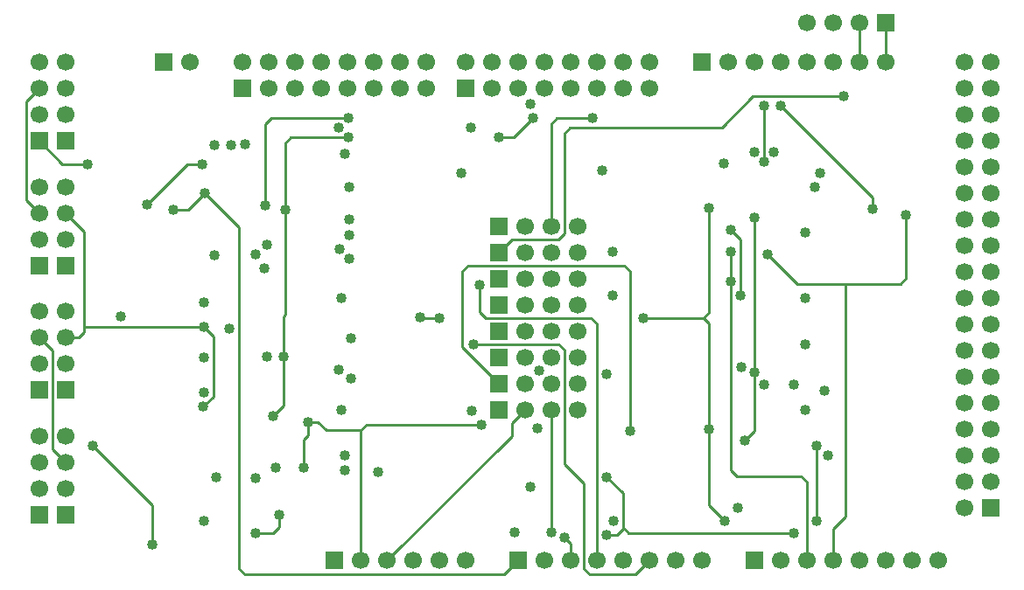
<source format=gbr>
G04 DipTrace 3.3.1.3*
G04 Bottom.gbr*
%MOMM*%
G04 #@! TF.FileFunction,Copper,L4,Bot*
G04 #@! TF.Part,Single*
G04 #@! TA.AperFunction,Conductor*
%ADD13C,0.28*%
G04 #@! TA.AperFunction,ComponentPad*
%ADD21R,1.7X1.7*%
%ADD22C,1.7*%
G04 #@! TA.AperFunction,ViaPad*
%ADD26C,1.016*%
%FSLAX35Y35*%
G04*
G71*
G90*
G75*
G01*
G04 Bottom*
%LPD*%
X4308450Y5537800D2*
D13*
X3561250D1*
X3505250Y5481800D1*
Y4690600D1*
X6270500Y4492500D2*
Y5484360D1*
X6326500Y5540360D1*
X6674300D1*
X1317500Y3413000D2*
X1444500Y3286000D1*
Y2333500D1*
X1571500Y2206500D1*
Y4619500D2*
X1754500Y4436500D1*
Y3513210D1*
Y3469000D1*
X1698500Y3413000D1*
X1571500D1*
X1754500Y3513210D2*
X2910810D1*
X5188500Y3603500D2*
X5005310D1*
X5002810Y3606000D1*
X1317500Y5826000D2*
X1190500Y5699000D1*
Y4746500D1*
X1317500Y4619500D1*
X6270500Y2714500D2*
Y1529700D1*
X7953300Y1635000D2*
X7800260Y1788040D1*
Y2526520D1*
Y3547500D1*
X7744260Y3603500D1*
X7800260Y3659500D1*
Y4669100D1*
X2910810Y3513210D2*
X3003610Y3420410D1*
Y2840803D1*
X2907090Y2744283D1*
X7160250Y3603500D2*
X7744260D1*
X6400100Y1473810D2*
X6461000Y1412910D1*
Y1254000D1*
X4683000D2*
X5889500Y2460500D1*
Y2587500D1*
X6016500Y2714500D1*
X2616800Y4653800D2*
X2760500D1*
X2918500Y4811800D1*
X3251800Y4478500D1*
Y1174200D1*
X3307800Y1118200D1*
X5817200D1*
X5953000Y1254000D1*
X2366510Y4704700D2*
X2755110Y5093300D1*
X2899300D1*
X4308450Y5351500D2*
X3754500D1*
X3698500Y5295500D1*
Y4653800D1*
X3682490Y3231700D2*
Y2752247D1*
X3584107Y2653860D1*
X3698500Y4653800D2*
Y3635160D1*
X3682490Y3619150D1*
Y3231700D1*
X8146190Y2417300D2*
X8239000Y2510110D1*
Y3077600D1*
X4429000Y1254000D2*
Y2513310D1*
X4097260D1*
X4014550Y2596020D1*
X3921750D1*
X5769300Y5354750D2*
X5909690D1*
X6095300Y5540360D1*
X5598700Y2569310D2*
X4485000D1*
X4429000Y2513310D1*
X8239000Y3077600D2*
Y4576300D1*
X8239010D1*
X3921750Y2596020D2*
Y2468500D1*
X3879200Y2425950D1*
Y2149800D1*
X5579510Y3926000D2*
Y3659500D1*
X5635510Y3603500D1*
X6659000D1*
X6715000Y3547500D1*
Y1254000D1*
X8009300Y4243500D2*
Y3957500D1*
Y2125807D1*
X8065303Y2069803D1*
X8691003D1*
X8747000Y2013807D1*
Y1254000D1*
X5521760Y3349500D2*
X6341500D1*
X6397500Y3293500D1*
Y2189550D1*
X6588000Y1999050D1*
Y1174200D1*
X6644000Y1118200D1*
X7087200D1*
X7223000Y1254000D1*
X3640290Y1698500D2*
Y1575690D1*
X3584290Y1519690D1*
X3413000D1*
X2414630Y1410200D2*
Y1789490D1*
X1841320Y2362800D1*
X8331810Y5115800D2*
Y5655800D1*
X9382000Y4662600D2*
Y4766800D1*
X8493000Y5655800D1*
X9509000Y6080000D2*
Y6461000D1*
X9255000Y6080000D2*
Y6461000D1*
X1791300Y5093300D2*
X1542200D1*
X1317500Y5318000D1*
X9102000Y5748600D2*
X8224923D1*
X7923883Y5447560D1*
X6453500D1*
X6397500Y5391560D1*
Y4421500D1*
X6341500Y4365500D1*
X5889500D1*
X5762500Y4238500D1*
X9706010Y4597800D2*
Y3988450D1*
X9650010Y3932450D1*
X9115600D1*
Y1677350D1*
X9001000Y1562750D1*
Y1254000D1*
X8366000Y4218690D2*
X8652240Y3932450D1*
X9115600D1*
X8102100Y3823300D2*
Y4365500D1*
X8009300Y4458300D1*
X8620000Y1519690D2*
X7022500D1*
X6966500Y1575690D1*
Y1559010D1*
X6910500Y1503010D1*
X6807800D1*
Y2062900D2*
X6966500Y1904200D1*
Y1575690D1*
X7032500Y2510100D2*
Y4055500D1*
X6976500Y4111500D1*
X5469110D1*
X5413110Y4055500D1*
Y3317890D1*
X5762500Y2968500D1*
X8839800Y2362800D2*
Y1635000D1*
D26*
X3521800Y3229300D3*
X7800260Y4669100D3*
X2910810Y3757200D3*
X7953300Y1635000D3*
X3603500Y2149800D3*
X6674300Y5540360D3*
X3505250Y4690600D3*
X4308450Y5537800D3*
X2909430Y1635000D3*
X5915500Y1529700D3*
X2907090Y2744283D3*
X5002810Y3606000D3*
X7800260Y2526520D3*
X6270500Y1529700D3*
X5188500Y3603500D3*
X2910810Y3513210D3*
X7160250Y3603500D3*
X2112000Y3615610D3*
X6400100Y1473810D3*
X7941800Y5098300D3*
X2616800Y4653800D3*
X2918500Y4811800D3*
X2899300Y5093300D3*
X2366510Y4704700D3*
X3179250Y5278900D3*
X5401800Y5005500D3*
X3584107Y2653860D3*
X3698500Y4653800D3*
X6068830Y5677300D3*
X4308450Y5351500D3*
X3682490Y3231700D3*
X6074300Y1970100D3*
X1791300Y5093300D3*
X4314800Y4873500D3*
X4278000Y5191100D3*
X3308850Y5288550D3*
X4216800Y5445000D3*
X3494690Y4082300D3*
X5579510Y3926000D3*
X4238550Y3794000D3*
X4314800Y4175100D3*
X3521800Y4310450D3*
X3413000Y4218690D3*
X4314800Y4403360D3*
Y4561000D3*
X2910810Y2883300D3*
X8424610Y5208600D3*
X5499490Y5447560D3*
X8009300Y4243500D3*
Y3957500D3*
X3159000Y3496800D3*
X5521760Y3349500D3*
X4238550Y2714500D3*
X4333700Y3013950D3*
Y3404000D3*
X4216800Y3105600D3*
X3413000Y1519690D3*
X3640290Y1698500D3*
X1841320Y2362800D3*
X2414630Y1410200D3*
X4277877Y2131453D3*
X3413000Y2055420D3*
X4598630Y2110500D3*
X4272800Y2270000D3*
X8873750Y5005500D3*
X8331810Y5655800D3*
Y5115800D3*
X6767100Y5034800D3*
X8821600Y4873500D3*
X8493000Y5655800D3*
X9382000Y4662600D3*
X9102000Y5748600D3*
X9706010Y4597800D3*
X8366000Y4218690D3*
X6863800Y4243500D3*
Y3823300D3*
X8009300Y4458300D3*
X8102100Y3823300D3*
X8728800Y3794000D3*
Y4429000D3*
X8078660Y1767000D3*
X6807800Y3061300D3*
X5505900Y2705410D3*
X8620000Y2956800D3*
X8914400Y2900000D3*
X8331800Y2956800D3*
X6154670Y3095500D3*
X8728800Y2714500D3*
Y3349500D3*
X6873700Y1635000D3*
X6807800Y1503010D3*
X8620000Y1519690D3*
X6807800Y2062900D3*
X7032500Y2510100D3*
X8839800Y1635000D3*
Y2362800D3*
X8951200Y2270000D3*
X6095300Y5540360D3*
X3017450Y5278900D3*
Y4207900D3*
X3879200Y2149800D3*
X4222000Y4267900D3*
X8239000Y3077600D3*
X2910810Y3217510D3*
X5769300Y5354750D3*
X3032010Y2059690D3*
X8239010Y4576300D3*
X8239000Y5208600D3*
X5598700Y2569310D3*
X3921750Y2596020D3*
X8146190Y2417300D3*
X6136700Y2532510D3*
X8109390Y3129700D3*
D21*
X5953000Y1254000D3*
D22*
X6207000D3*
X6461000D3*
X6715000D3*
X6969000D3*
X7223000D3*
X7477000D3*
X7731000D3*
D21*
X8239000D3*
D22*
X8493000D3*
X8747000D3*
X9001000D3*
X9255000D3*
X9509000D3*
X9763000D3*
X10017000D3*
D21*
X7731000Y6080000D3*
D22*
X7985000D3*
X8239000D3*
X8493000D3*
X8747000D3*
X9001000D3*
X9255000D3*
X9509000D3*
D21*
X10525000Y1762000D3*
D22*
X10271000D3*
X10525000Y2016000D3*
X10271000D3*
X10525000Y2270000D3*
X10271000D3*
X10525000Y2524000D3*
X10271000D3*
X10525000Y2778000D3*
X10271000D3*
X10525000Y3032000D3*
X10271000D3*
X10525000Y3286000D3*
X10271000D3*
X10525000Y3540000D3*
X10271000D3*
X10525000Y3794000D3*
X10271000D3*
X10525000Y4048000D3*
X10271000D3*
X10525000Y4302000D3*
X10271000D3*
X10525000Y4556000D3*
X10271000D3*
X10525000Y4810000D3*
X10271000D3*
X10525000Y5064000D3*
X10271000D3*
X10525000Y5318000D3*
X10271000D3*
X10525000Y5572000D3*
X10271000D3*
X10525000Y5826000D3*
X10271000D3*
X10525000Y6080000D3*
X10271000D3*
D21*
X9509000Y6461000D3*
D22*
X9255000D3*
X9001000D3*
X8747000D3*
D21*
X2524000Y6080000D3*
D22*
X2778000D3*
D21*
X4175000Y1254000D3*
D22*
X4429000D3*
X4683000D3*
X4937000D3*
X5191000D3*
X5445000D3*
D21*
X3286000Y5826000D3*
D22*
Y6080000D3*
X3540000Y5826000D3*
Y6080000D3*
X3794000Y5826000D3*
Y6080000D3*
X4048000Y5826000D3*
Y6080000D3*
X4302000Y5826000D3*
Y6080000D3*
X4556000Y5826000D3*
Y6080000D3*
X4810000Y5826000D3*
Y6080000D3*
X5064000Y5826000D3*
Y6080000D3*
D21*
X5445000Y5826000D3*
D22*
Y6080000D3*
X5699000Y5826000D3*
Y6080000D3*
X5953000Y5826000D3*
Y6080000D3*
X6207000Y5826000D3*
Y6080000D3*
X6461000Y5826000D3*
Y6080000D3*
X6715000Y5826000D3*
Y6080000D3*
X6969000Y5826000D3*
Y6080000D3*
X7223000Y5826000D3*
Y6080000D3*
D21*
X1317500Y5318000D3*
D22*
Y5572000D3*
Y5826000D3*
Y6080000D3*
D21*
X1571500Y5318000D3*
D22*
Y5572000D3*
Y5826000D3*
Y6080000D3*
D21*
X1317500Y4111500D3*
D22*
Y4365500D3*
Y4619500D3*
Y4873500D3*
D21*
X1571500Y4111500D3*
D22*
Y4365500D3*
Y4619500D3*
Y4873500D3*
D21*
X1317500Y2905000D3*
D22*
Y3159000D3*
Y3413000D3*
Y3667000D3*
D21*
X1571500Y2905000D3*
D22*
Y3159000D3*
Y3413000D3*
Y3667000D3*
D21*
X1317500Y1698500D3*
D22*
Y1952500D3*
Y2206500D3*
Y2460500D3*
D21*
X1571500Y1698500D3*
D22*
Y1952500D3*
Y2206500D3*
Y2460500D3*
D21*
X5762500Y4492500D3*
D22*
X6016500D3*
X6270500D3*
X6524500D3*
D21*
X5762500Y4238500D3*
D22*
X6016500D3*
X6270500D3*
X6524500D3*
D21*
X5762500Y3984500D3*
D22*
X6016500D3*
X6270500D3*
X6524500D3*
D21*
X5762500Y3730500D3*
D22*
X6016500D3*
X6270500D3*
X6524500D3*
D21*
X5762500Y3476500D3*
D22*
X6016500D3*
X6270500D3*
X6524500D3*
D21*
X5762500Y3222500D3*
D22*
X6016500D3*
X6270500D3*
X6524500D3*
D21*
X5762500Y2968500D3*
D22*
X6016500D3*
X6270500D3*
X6524500D3*
D21*
X5762500Y2714500D3*
D22*
X6016500D3*
X6270500D3*
X6524500D3*
M02*

</source>
